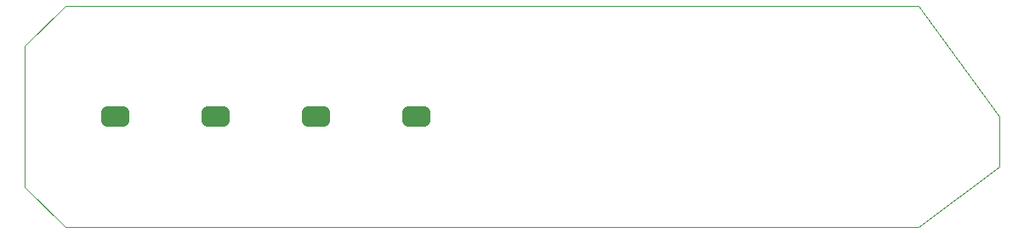
<source format=gko>
%FSLAX25Y25*%
%MOIN*%
G70*
G01*
G75*
G04 Layer_Color=16711935*
%ADD10R,0.04724X0.05315*%
%ADD11R,0.08071X0.01575*%
%ADD12R,0.04331X0.02559*%
%ADD13R,0.05315X0.04724*%
%ADD14R,0.04724X0.05512*%
%ADD15R,0.05512X0.04724*%
%ADD16R,0.07284X0.04724*%
%ADD17C,0.01500*%
%ADD18C,0.02500*%
%ADD19C,0.01000*%
%ADD20C,0.06000*%
%ADD21C,0.05906*%
%ADD22R,0.05906X0.05906*%
%ADD23R,0.05906X0.05906*%
%ADD24C,0.09843*%
%ADD25R,0.09843X0.09843*%
G04:AMPARAMS|DCode=26|XSize=78.74mil|YSize=60mil|CornerRadius=0mil|HoleSize=0mil|Usage=FLASHONLY|Rotation=0.000|XOffset=0mil|YOffset=0mil|HoleType=Round|Shape=Octagon|*
%AMOCTAGOND26*
4,1,8,0.03937,-0.01500,0.03937,0.01500,0.02437,0.03000,-0.02437,0.03000,-0.03937,0.01500,-0.03937,-0.01500,-0.02437,-0.03000,0.02437,-0.03000,0.03937,-0.01500,0.0*
%
%ADD26OCTAGOND26*%

%ADD27C,0.05000*%
%ADD28R,0.05512X0.02362*%
%ADD29O,0.02756X0.09843*%
%ADD30C,0.00394*%
%ADD31R,0.05524X0.06115*%
%ADD32R,0.08871X0.02375*%
%ADD33R,0.05131X0.03359*%
%ADD34R,0.06115X0.05524*%
%ADD35R,0.05524X0.06312*%
%ADD36R,0.06312X0.05524*%
%ADD37R,0.08083X0.05524*%
%ADD38C,0.06800*%
%ADD39C,0.06706*%
%ADD40R,0.06706X0.06706*%
%ADD41R,0.06706X0.06706*%
%ADD42C,0.10642*%
%ADD43R,0.10642X0.10642*%
G04:AMPARAMS|DCode=44|XSize=86.74mil|YSize=68mil|CornerRadius=0mil|HoleSize=0mil|Usage=FLASHONLY|Rotation=0.000|XOffset=0mil|YOffset=0mil|HoleType=Round|Shape=Octagon|*
%AMOCTAGOND44*
4,1,8,0.04337,-0.01700,0.04337,0.01700,0.02637,0.03400,-0.02637,0.03400,-0.04337,0.01700,-0.04337,-0.01700,-0.02637,-0.03400,0.02637,-0.03400,0.04337,-0.01700,0.0*
%
%ADD44OCTAGOND44*%

%ADD45C,0.05800*%
%ADD46R,0.06312X0.03162*%
%ADD47O,0.03556X0.10642*%
%ADD48C,0.04724*%
D30*
X47244Y437492D02*
Y457177D01*
X-318898Y500484D02*
X15748D01*
X-318898Y413870D02*
X15748D01*
X-334646Y429618D02*
Y484736D01*
X15748Y500484D02*
X47244Y457177D01*
X15748Y413870D02*
X47244Y437492D01*
X-334646Y429618D02*
X-318898Y413870D01*
X-334646Y484736D02*
X-318898Y500484D01*
D48*
X-177953Y455539D02*
X-177953Y458689D01*
X-184252Y455539D02*
X-177953D01*
X-184252Y458689D02*
X-184252Y455539D01*
X-184252Y458689D02*
X-177953D01*
X-296063Y455539D02*
X-296063Y458689D01*
X-302362Y455539D02*
X-296063D01*
X-302362Y458689D02*
X-302362Y455539D01*
X-302362Y458689D02*
X-296063D01*
X-217323Y455539D02*
X-217323Y458689D01*
X-223622Y455539D02*
X-217323D01*
X-223622Y458689D02*
X-223622Y455539D01*
X-223622Y458689D02*
X-217323D01*
X-256693Y455539D02*
X-256693Y458689D01*
X-262992Y455539D02*
X-256693D01*
X-262992Y458689D02*
X-262992Y455539D01*
X-262992Y458689D02*
X-256693D01*
M02*

</source>
